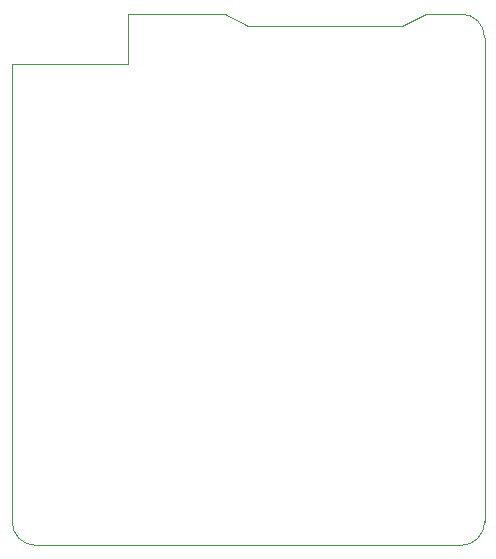
<source format=gbr>
%TF.GenerationSoftware,KiCad,Pcbnew,(5.1.6-0-10_14)*%
%TF.CreationDate,2020-10-29T20:17:36+08:00*%
%TF.ProjectId,QuadoFly,51756164-6f46-46c7-992e-6b696361645f,rev?*%
%TF.SameCoordinates,Original*%
%TF.FileFunction,Profile,NP*%
%FSLAX46Y46*%
G04 Gerber Fmt 4.6, Leading zero omitted, Abs format (unit mm)*
G04 Created by KiCad (PCBNEW (5.1.6-0-10_14)) date 2020-10-29 20:17:36*
%MOMM*%
%LPD*%
G01*
G04 APERTURE LIST*
%TA.AperFunction,Profile*%
%ADD10C,0.050000*%
%TD*%
G04 APERTURE END LIST*
D10*
X120000000Y-101000000D02*
X118000000Y-100000000D01*
X133000000Y-101000000D02*
X135000000Y-100000000D01*
X109800000Y-100000000D02*
X109800000Y-104200000D01*
X109800000Y-104200000D02*
X100000000Y-104200000D01*
X133000000Y-101000000D02*
X120000000Y-101000000D01*
X109800000Y-100000000D02*
X118000000Y-100000000D01*
X102000000Y-145000000D02*
G75*
G02*
X100000000Y-143000000I0J2000000D01*
G01*
X140000000Y-143000000D02*
G75*
G02*
X138000000Y-145000000I-2000000J0D01*
G01*
X138000000Y-100000000D02*
G75*
G02*
X140000000Y-102000000I0J-2000000D01*
G01*
X100000000Y-143000000D02*
X100000000Y-104200000D01*
X138000000Y-145000000D02*
X102000000Y-145000000D01*
X140000000Y-102000000D02*
X140000000Y-143000000D01*
X135000000Y-100000000D02*
X138000000Y-100000000D01*
M02*

</source>
